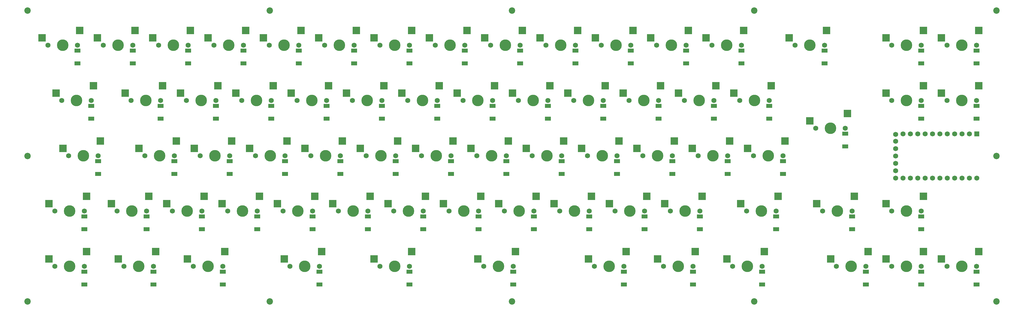
<source format=gbs>
%TF.GenerationSoftware,KiCad,Pcbnew,(5.99.0-12974-ge12f9a194d)*%
%TF.CreationDate,2022-03-06T12:10:12+01:00*%
%TF.ProjectId,lazercut,6c617a65-7263-4757-942e-6b696361645f,rev?*%
%TF.SameCoordinates,Original*%
%TF.FileFunction,Soldermask,Bot*%
%TF.FilePolarity,Negative*%
%FSLAX46Y46*%
G04 Gerber Fmt 4.6, Leading zero omitted, Abs format (unit mm)*
G04 Created by KiCad (PCBNEW (5.99.0-12974-ge12f9a194d)) date 2022-03-06 12:10:12*
%MOMM*%
%LPD*%
G01*
G04 APERTURE LIST*
%ADD10C,2.200000*%
%ADD11C,1.750000*%
%ADD12C,3.987800*%
%ADD13R,2.550000X2.500000*%
%ADD14R,1.752600X1.752600*%
%ADD15C,1.752600*%
%ADD16R,2.100000X1.400000*%
G04 APERTURE END LIST*
D10*
X189230000Y-122770000D03*
X105830000Y-122770000D03*
X22430000Y-122770000D03*
X22430000Y-72640000D03*
X22430000Y-22520000D03*
X105830000Y-22520000D03*
X189240000Y-22520000D03*
X272640000Y-22520000D03*
X356040000Y-22520000D03*
X356030000Y-72640000D03*
X356040000Y-122770000D03*
X272630000Y-122770000D03*
D11*
X268205000Y-34525000D03*
X258045000Y-34525000D03*
D12*
X263125000Y-34525000D03*
D13*
X256040000Y-31985000D03*
X268940000Y-29445000D03*
D11*
X191370000Y-53575000D03*
D12*
X196450000Y-53575000D03*
D13*
X202265000Y-48495000D03*
X189365000Y-51035000D03*
D11*
X201530000Y-53575000D03*
D13*
X222702500Y-89135000D03*
D11*
X224707500Y-91675000D03*
D13*
X235602500Y-86595000D03*
D12*
X229787500Y-91675000D03*
D11*
X234867500Y-91675000D03*
D13*
X270327500Y-70085000D03*
X283227500Y-67545000D03*
D12*
X277412500Y-72625000D03*
D11*
X272332500Y-72625000D03*
X282492500Y-72625000D03*
X58020000Y-53575000D03*
D13*
X68915000Y-48495000D03*
D11*
X68180000Y-53575000D03*
D12*
X63100000Y-53575000D03*
D13*
X56015000Y-51035000D03*
X98877500Y-70085000D03*
D12*
X105962500Y-72625000D03*
D11*
X100882500Y-72625000D03*
D13*
X111777500Y-67545000D03*
D11*
X111042500Y-72625000D03*
D12*
X67862500Y-72625000D03*
D13*
X73677500Y-67545000D03*
D11*
X72942500Y-72625000D03*
X62782500Y-72625000D03*
D13*
X60777500Y-70085000D03*
D11*
X339007500Y-34525000D03*
D13*
X349902500Y-29445000D03*
D11*
X349167500Y-34525000D03*
D12*
X344087500Y-34525000D03*
D13*
X337002500Y-31985000D03*
D11*
X105645000Y-34525000D03*
D12*
X110725000Y-34525000D03*
D13*
X116540000Y-29445000D03*
X103640000Y-31985000D03*
D11*
X115805000Y-34525000D03*
D13*
X130827500Y-67545000D03*
X117927500Y-70085000D03*
D11*
X130092500Y-72625000D03*
D12*
X125012500Y-72625000D03*
D11*
X119932500Y-72625000D03*
D13*
X317952500Y-108185000D03*
X330852500Y-105645000D03*
D12*
X325037500Y-110725000D03*
D11*
X319957500Y-110725000D03*
X330117500Y-110725000D03*
D12*
X301225000Y-91675000D03*
D11*
X296145000Y-91675000D03*
X306305000Y-91675000D03*
D13*
X294140000Y-89135000D03*
X307040000Y-86595000D03*
D11*
X168192500Y-72625000D03*
D13*
X168927500Y-67545000D03*
D12*
X163112500Y-72625000D03*
D13*
X156027500Y-70085000D03*
D11*
X158032500Y-72625000D03*
D12*
X325037500Y-53575000D03*
D13*
X330852500Y-48495000D03*
X317952500Y-51035000D03*
D11*
X319957500Y-53575000D03*
X330117500Y-53575000D03*
X86595000Y-34525000D03*
D13*
X84590000Y-31985000D03*
X97490000Y-29445000D03*
D11*
X96755000Y-34525000D03*
D12*
X91675000Y-34525000D03*
D11*
X46748800Y-72625000D03*
D13*
X47483800Y-67545000D03*
D12*
X41668800Y-72625000D03*
D11*
X36588800Y-72625000D03*
D13*
X34583800Y-70085000D03*
D14*
X349250000Y-65024000D03*
D15*
X346710000Y-65024000D03*
X344170000Y-65024000D03*
X341630000Y-65024000D03*
X339090000Y-65024000D03*
X336550000Y-65024000D03*
X334010000Y-65024000D03*
X331470000Y-65024000D03*
X328930000Y-65024000D03*
X326390000Y-65024000D03*
X323850000Y-65024000D03*
X321310000Y-65252600D03*
X321310000Y-80264000D03*
X323850000Y-80264000D03*
X326390000Y-80264000D03*
X328930000Y-80264000D03*
X331470000Y-80264000D03*
X334010000Y-80264000D03*
X336550000Y-80264000D03*
X339090000Y-80264000D03*
X341630000Y-80264000D03*
X344170000Y-80264000D03*
X346710000Y-80264000D03*
X349250000Y-80264000D03*
X321310000Y-67564000D03*
X321310000Y-70104000D03*
X321310000Y-72644000D03*
X321310000Y-75184000D03*
X321310000Y-77724000D03*
D12*
X139300000Y-53575000D03*
D13*
X132215000Y-51035000D03*
D11*
X144380000Y-53575000D03*
D13*
X145115000Y-48495000D03*
D11*
X134220000Y-53575000D03*
X253917500Y-91675000D03*
D13*
X254652500Y-86595000D03*
D11*
X243757500Y-91675000D03*
D12*
X248837500Y-91675000D03*
D13*
X241752500Y-89135000D03*
D11*
X217563800Y-110725000D03*
D13*
X228458800Y-105645000D03*
X215558800Y-108185000D03*
D11*
X227723800Y-110725000D03*
D12*
X222643800Y-110725000D03*
D13*
X32202500Y-51035000D03*
D12*
X39287500Y-53575000D03*
D11*
X44367500Y-53575000D03*
D13*
X45102500Y-48495000D03*
D11*
X34207500Y-53575000D03*
D13*
X149877500Y-67545000D03*
D11*
X149142500Y-72625000D03*
X138982500Y-72625000D03*
D12*
X144062500Y-72625000D03*
D13*
X136977500Y-70085000D03*
D11*
X77705000Y-34525000D03*
X67545000Y-34525000D03*
D12*
X72625000Y-34525000D03*
D13*
X78440000Y-29445000D03*
X65540000Y-31985000D03*
D11*
X300907500Y-110725000D03*
D13*
X311802500Y-105645000D03*
D12*
X305987500Y-110725000D03*
D13*
X298902500Y-108185000D03*
D11*
X311067500Y-110725000D03*
D13*
X141740000Y-108185000D03*
D11*
X153905000Y-110725000D03*
X143745000Y-110725000D03*
D13*
X154640000Y-105645000D03*
D12*
X148825000Y-110725000D03*
D11*
X172320000Y-53575000D03*
X182480000Y-53575000D03*
D12*
X177400000Y-53575000D03*
D13*
X183215000Y-48495000D03*
X170315000Y-51035000D03*
D11*
X53257500Y-91675000D03*
X63417500Y-91675000D03*
D13*
X64152500Y-86595000D03*
X51252500Y-89135000D03*
D12*
X58337500Y-91675000D03*
D11*
X82467500Y-91675000D03*
D13*
X70302500Y-89135000D03*
X83202500Y-86595000D03*
D11*
X72307500Y-91675000D03*
D12*
X77387500Y-91675000D03*
D13*
X159402500Y-86595000D03*
D11*
X148507500Y-91675000D03*
D12*
X153587500Y-91675000D03*
D11*
X158667500Y-91675000D03*
D13*
X146502500Y-89135000D03*
X173690000Y-29445000D03*
X160790000Y-31985000D03*
D12*
X167875000Y-34525000D03*
D11*
X162795000Y-34525000D03*
X172955000Y-34525000D03*
D12*
X298843800Y-63100000D03*
D13*
X291758800Y-60560000D03*
D11*
X303923800Y-63100000D03*
X293763800Y-63100000D03*
D13*
X304658800Y-58020000D03*
X265565000Y-51035000D03*
D12*
X272650000Y-53575000D03*
D13*
X278465000Y-48495000D03*
D11*
X267570000Y-53575000D03*
X277730000Y-53575000D03*
X234232500Y-72625000D03*
X244392500Y-72625000D03*
D13*
X232227500Y-70085000D03*
X245127500Y-67545000D03*
D12*
X239312500Y-72625000D03*
D11*
X122948800Y-110725000D03*
D13*
X110783800Y-108185000D03*
D12*
X117868800Y-110725000D03*
D13*
X123683800Y-105645000D03*
D11*
X112788800Y-110725000D03*
D13*
X187977500Y-67545000D03*
D11*
X187242500Y-72625000D03*
D13*
X175077500Y-70085000D03*
D12*
X182162500Y-72625000D03*
D11*
X177082500Y-72625000D03*
D13*
X226077500Y-67545000D03*
D11*
X225342500Y-72625000D03*
X215182500Y-72625000D03*
D12*
X220262500Y-72625000D03*
D13*
X213177500Y-70085000D03*
D12*
X53575000Y-34525000D03*
D13*
X46490000Y-31985000D03*
D11*
X58655000Y-34525000D03*
X48495000Y-34525000D03*
D13*
X59390000Y-29445000D03*
D11*
X39605000Y-34525000D03*
D13*
X27440000Y-31985000D03*
D12*
X34525000Y-34525000D03*
D11*
X29445000Y-34525000D03*
D13*
X40340000Y-29445000D03*
D11*
X241376300Y-110725000D03*
D12*
X246456300Y-110725000D03*
D13*
X239371300Y-108185000D03*
X252271300Y-105645000D03*
D11*
X251536300Y-110725000D03*
D13*
X102252500Y-86595000D03*
D11*
X101517500Y-91675000D03*
X91357500Y-91675000D03*
D13*
X89352500Y-89135000D03*
D12*
X96437500Y-91675000D03*
X191687500Y-91675000D03*
D13*
X184602500Y-89135000D03*
X197502500Y-86595000D03*
D11*
X186607500Y-91675000D03*
X196767500Y-91675000D03*
D12*
X215500000Y-53575000D03*
D13*
X221315000Y-48495000D03*
D11*
X220580000Y-53575000D03*
D13*
X208415000Y-51035000D03*
D11*
X210420000Y-53575000D03*
X205657500Y-91675000D03*
D13*
X203652500Y-89135000D03*
D12*
X210737500Y-91675000D03*
D13*
X216552500Y-86595000D03*
D11*
X215817500Y-91675000D03*
D13*
X211790000Y-29445000D03*
D11*
X211055000Y-34525000D03*
X200895000Y-34525000D03*
D12*
X205975000Y-34525000D03*
D13*
X198890000Y-31985000D03*
D11*
X153905000Y-34525000D03*
D13*
X141740000Y-31985000D03*
D11*
X143745000Y-34525000D03*
D12*
X148825000Y-34525000D03*
D13*
X154640000Y-29445000D03*
X192740000Y-29445000D03*
X179840000Y-31985000D03*
D11*
X192005000Y-34525000D03*
X181845000Y-34525000D03*
D12*
X186925000Y-34525000D03*
D13*
X122690000Y-31985000D03*
X135590000Y-29445000D03*
D11*
X124695000Y-34525000D03*
X134855000Y-34525000D03*
D12*
X129775000Y-34525000D03*
D11*
X319957500Y-34525000D03*
D13*
X330852500Y-29445000D03*
D12*
X325037500Y-34525000D03*
D11*
X330117500Y-34525000D03*
D13*
X317952500Y-31985000D03*
X217940000Y-31985000D03*
D12*
X225025000Y-34525000D03*
D13*
X230840000Y-29445000D03*
D11*
X230105000Y-34525000D03*
X219945000Y-34525000D03*
X196132500Y-72625000D03*
X206292500Y-72625000D03*
D13*
X194127500Y-70085000D03*
X207027500Y-67545000D03*
D12*
X201212500Y-72625000D03*
X244075000Y-34525000D03*
D11*
X238995000Y-34525000D03*
X249155000Y-34525000D03*
D13*
X236990000Y-31985000D03*
X249890000Y-29445000D03*
X178452500Y-86595000D03*
D12*
X172637500Y-91675000D03*
D11*
X167557500Y-91675000D03*
X177717500Y-91675000D03*
D13*
X165552500Y-89135000D03*
X53633800Y-108185000D03*
D11*
X55638800Y-110725000D03*
D12*
X60718800Y-110725000D03*
D11*
X65798800Y-110725000D03*
D13*
X66533800Y-105645000D03*
X94115000Y-51035000D03*
D12*
X101200000Y-53575000D03*
D11*
X96120000Y-53575000D03*
X106280000Y-53575000D03*
D13*
X107015000Y-48495000D03*
X240365000Y-48495000D03*
D11*
X239630000Y-53575000D03*
D13*
X227465000Y-51035000D03*
D11*
X229470000Y-53575000D03*
D12*
X234550000Y-53575000D03*
D11*
X41986300Y-110725000D03*
D13*
X42721300Y-105645000D03*
D11*
X31826300Y-110725000D03*
D13*
X29821300Y-108185000D03*
D12*
X36906300Y-110725000D03*
X158350000Y-53575000D03*
D11*
X153270000Y-53575000D03*
D13*
X151265000Y-51035000D03*
D11*
X163430000Y-53575000D03*
D13*
X164165000Y-48495000D03*
D11*
X77070000Y-53575000D03*
D13*
X87965000Y-48495000D03*
D12*
X82150000Y-53575000D03*
D11*
X87230000Y-53575000D03*
D13*
X75065000Y-51035000D03*
D12*
X344087500Y-110725000D03*
D11*
X339007500Y-110725000D03*
X349167500Y-110725000D03*
D13*
X349902500Y-105645000D03*
X337002500Y-108185000D03*
D11*
X179463800Y-110725000D03*
X189623800Y-110725000D03*
D13*
X177458800Y-108185000D03*
X190358800Y-105645000D03*
D12*
X184543800Y-110725000D03*
X344087500Y-53575000D03*
D11*
X339007500Y-53575000D03*
X349167500Y-53575000D03*
D13*
X349902500Y-48495000D03*
X337002500Y-51035000D03*
D11*
X253282500Y-72625000D03*
D12*
X258362500Y-72625000D03*
D13*
X251277500Y-70085000D03*
X264177500Y-67545000D03*
D11*
X263442500Y-72625000D03*
X115170000Y-53575000D03*
D12*
X120250000Y-53575000D03*
D13*
X113165000Y-51035000D03*
X126065000Y-48495000D03*
D11*
X125330000Y-53575000D03*
X296780000Y-34525000D03*
X286620000Y-34525000D03*
D13*
X297515000Y-29445000D03*
D12*
X291700000Y-34525000D03*
D13*
X284615000Y-31985000D03*
X140352500Y-86595000D03*
D12*
X134537500Y-91675000D03*
D13*
X127452500Y-89135000D03*
D11*
X129457500Y-91675000D03*
X139617500Y-91675000D03*
D13*
X108402500Y-89135000D03*
D11*
X120567500Y-91675000D03*
D13*
X121302500Y-86595000D03*
D11*
X110407500Y-91675000D03*
D12*
X115487500Y-91675000D03*
D11*
X79451300Y-110725000D03*
D13*
X77446300Y-108185000D03*
X90346300Y-105645000D03*
D12*
X84531300Y-110725000D03*
D11*
X89611300Y-110725000D03*
X269951300Y-91675000D03*
D13*
X267946300Y-89135000D03*
D12*
X275031300Y-91675000D03*
D13*
X280846300Y-86595000D03*
D11*
X280111300Y-91675000D03*
D13*
X29821300Y-89135000D03*
X42721300Y-86595000D03*
D12*
X36906300Y-91675000D03*
D11*
X31826300Y-91675000D03*
X41986300Y-91675000D03*
X258680000Y-53575000D03*
D12*
X253600000Y-53575000D03*
D13*
X259415000Y-48495000D03*
D11*
X248520000Y-53575000D03*
D13*
X246515000Y-51035000D03*
D12*
X270268800Y-110725000D03*
D11*
X275348800Y-110725000D03*
D13*
X276083800Y-105645000D03*
X263183800Y-108185000D03*
D11*
X265188800Y-110725000D03*
X91992500Y-72625000D03*
D13*
X79827500Y-70085000D03*
D11*
X81832500Y-72625000D03*
D12*
X86912500Y-72625000D03*
D13*
X92727500Y-67545000D03*
D11*
X330117500Y-91675000D03*
X319957500Y-91675000D03*
D13*
X330852500Y-86595000D03*
X317952500Y-89135000D03*
D12*
X325037500Y-91675000D03*
D16*
X311067500Y-112555000D03*
X311067500Y-116955000D03*
X268205000Y-36355000D03*
X268205000Y-40755000D03*
X349167500Y-112555000D03*
X349167500Y-116955000D03*
X149142500Y-74455000D03*
X149142500Y-78855000D03*
X82467500Y-93505000D03*
X82467500Y-97905000D03*
X58655000Y-36355000D03*
X58655000Y-40755000D03*
X230105000Y-36355000D03*
X230105000Y-40755000D03*
X296780000Y-36355000D03*
X296780000Y-40755000D03*
X330117500Y-36355000D03*
X330117500Y-40755000D03*
X196767500Y-93505000D03*
X196767500Y-97905000D03*
X182480000Y-55405000D03*
X182480000Y-59805000D03*
X258680000Y-55405000D03*
X258680000Y-59805000D03*
X306305000Y-93505000D03*
X306305000Y-97905000D03*
X115805000Y-36355000D03*
X115805000Y-40755000D03*
X220580000Y-55405000D03*
X220580000Y-59805000D03*
X96755000Y-36355000D03*
X96755000Y-40755000D03*
X330117500Y-112555000D03*
X330117500Y-116955000D03*
X201530000Y-55405000D03*
X201530000Y-59805000D03*
X249155000Y-36355000D03*
X249155000Y-40755000D03*
X153905000Y-112555000D03*
X153905000Y-116955000D03*
X277730000Y-55405000D03*
X277730000Y-59805000D03*
X134855000Y-36355000D03*
X134855000Y-40755000D03*
X303923800Y-64930000D03*
X303923800Y-69330000D03*
X253917500Y-93505000D03*
X253917500Y-97905000D03*
X130092500Y-74455000D03*
X130092500Y-78855000D03*
X72942500Y-74455000D03*
X72942500Y-78855000D03*
X77705000Y-36355000D03*
X77705000Y-40755000D03*
X144380000Y-55405000D03*
X144380000Y-59805000D03*
X89611300Y-112555000D03*
X89611300Y-116955000D03*
X101517500Y-93505000D03*
X101517500Y-97905000D03*
X65798800Y-112555000D03*
X65798800Y-116955000D03*
X187242500Y-74455000D03*
X187242500Y-78855000D03*
X39605000Y-36355000D03*
X39605000Y-40755000D03*
X44367500Y-55405000D03*
X44367500Y-59805000D03*
X68180000Y-55405000D03*
X68180000Y-59805000D03*
X206292500Y-74455000D03*
X206292500Y-78855000D03*
X106280000Y-55405000D03*
X106280000Y-59805000D03*
X282492500Y-74455000D03*
X282492500Y-78855000D03*
X163430000Y-55405000D03*
X163430000Y-59805000D03*
X251536300Y-112555000D03*
X251536300Y-116955000D03*
X172955000Y-36355000D03*
X172955000Y-40755000D03*
X63417500Y-93505000D03*
X63417500Y-97905000D03*
X211055000Y-36355000D03*
X211055000Y-40755000D03*
X239630000Y-55405000D03*
X239630000Y-59805000D03*
X330117500Y-55405000D03*
X330117500Y-59805000D03*
X227723800Y-112555000D03*
X227723800Y-116955000D03*
X41986300Y-93505000D03*
X41986300Y-97905000D03*
X192005000Y-36355000D03*
X192005000Y-40755000D03*
X153905000Y-36355000D03*
X153905000Y-40755000D03*
X189623800Y-112555000D03*
X189623800Y-116955000D03*
X41986300Y-112555000D03*
X41986300Y-116955000D03*
X330117500Y-93505000D03*
X330117500Y-97905000D03*
X168192500Y-74455000D03*
X168192500Y-78855000D03*
X139617500Y-93505000D03*
X139617500Y-97905000D03*
X177717500Y-93505000D03*
X177717500Y-97905000D03*
X349167500Y-36355000D03*
X349167500Y-40755000D03*
X215817500Y-93505000D03*
X215817500Y-97905000D03*
X280111300Y-93505000D03*
X280111300Y-97905000D03*
X158667500Y-93505000D03*
X158667500Y-97905000D03*
X87230000Y-55405000D03*
X87230000Y-59805000D03*
X122948800Y-112555000D03*
X122948800Y-116955000D03*
X225342500Y-74455000D03*
X225342500Y-78855000D03*
X125330000Y-55405000D03*
X125330000Y-59805000D03*
X349167500Y-55405000D03*
X349167500Y-59805000D03*
X111042500Y-74455000D03*
X111042500Y-78855000D03*
X234867500Y-93505000D03*
X234867500Y-97905000D03*
X46748800Y-74455000D03*
X46748800Y-78855000D03*
X263442500Y-74455000D03*
X263442500Y-78855000D03*
X91992500Y-74455000D03*
X91992500Y-78855000D03*
X275348800Y-112555000D03*
X275348800Y-116955000D03*
X120567500Y-93505000D03*
X120567500Y-97905000D03*
X244392500Y-74455000D03*
X244392500Y-78855000D03*
M02*

</source>
